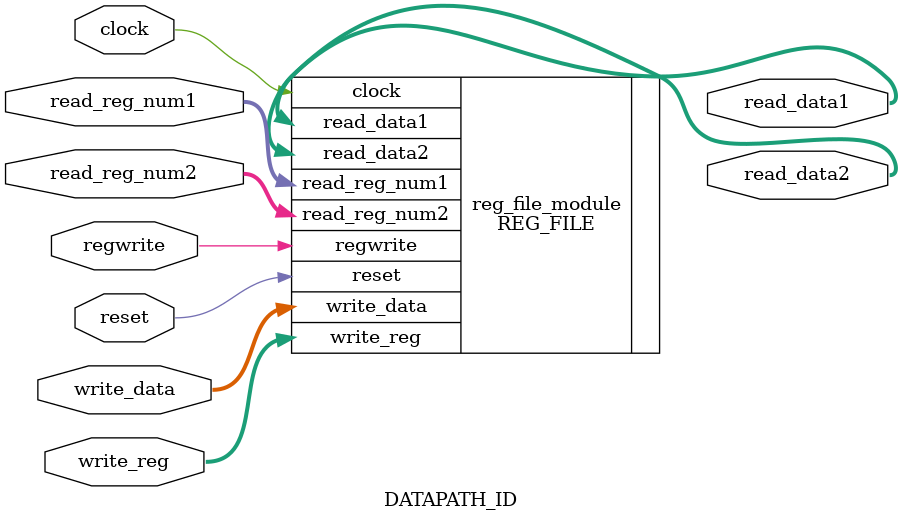
<source format=v>
/*
Datapath module for the ID stage - only contains register file
for reading registers. The ALU is now in the EX stage.
*/
`include "REG_FILE.v"

module DATAPATH_ID(
    input [4:0] read_reg_num1,
    input [4:0] read_reg_num2,
    input [4:0] write_reg,
    input [31:0] write_data,
    output [31:0] read_data1,
    output [31:0] read_data2,
    input regwrite,
    input clock,
    input reset
);

    // Instantiating the register file
    // Read happens in ID stage, write happens in WB stage
    REG_FILE reg_file_module(
        .read_reg_num1(read_reg_num1),
        .read_reg_num2(read_reg_num2),
        .write_reg(write_reg),
        .write_data(write_data),
        .read_data1(read_data1),
        .read_data2(read_data2),
        .regwrite(regwrite),
        .clock(clock),
        .reset(reset)
    );

endmodule
</source>
